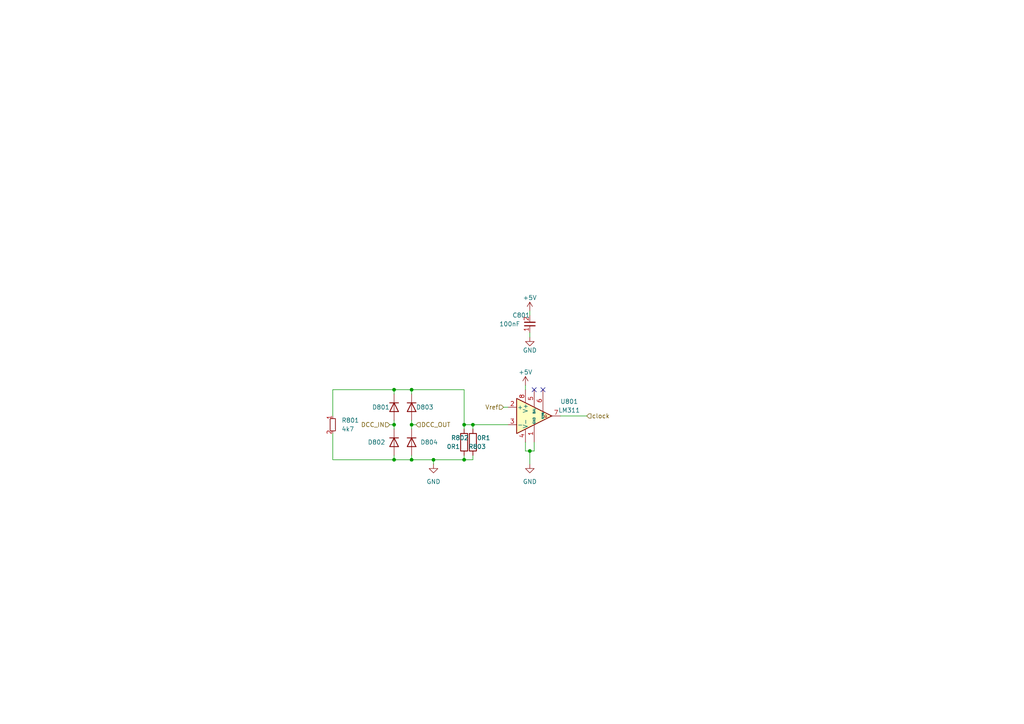
<source format=kicad_sch>
(kicad_sch (version 20231120) (generator "eeschema") (generator_version "8.0")
  (paper "A4")
  (lib_symbols
    (symbol "Comparator:LM311" (pin_names (offset 0.127))
      (property "Reference" "U" (at 3.81 6.35 0))
      (property "Value" "LM311" (at 3.81 3.81 0))
      (symbol "LM311_0_1"
        (polyline (pts (xy 5.08 0) (xy -5.08 5.08) (xy -5.08 -5.08) (xy 5.08 0)) (stroke (width 0.254)) (fill (type background)))
        (polyline (pts (xy 3.683 -0.381) (xy 3.302 -0.381) (xy 3.683 0) (xy 3.302 0.381) (xy 2.921 0) (xy 3.302 -0.381) (xy 2.921 -0.381)) (stroke (width 0.127)))
      )
      (symbol "LM311_1_1"
        (pin passive line (at 0 -7.62 90) (length 5.08) (name "GND") (number "1"))
        (pin input line (at -7.62 2.54 0) (length 2.54) (name "+") (number "2"))
        (pin input line (at -7.62 -2.54 0) (length 2.54) (name "-") (number "3"))
        (pin power_in line (at -2.54 -7.62 90) (length 3.81) (name "V-") (number "4"))
        (pin input line (at 0 7.62 270) (length 5.08) (name "BAL") (number "5"))
        (pin input line (at 2.54 7.62 270) (length 6.35) (name "STRB") (number "6"))
        (pin open_collector line (at 7.62 0 180) (length 2.54) (name "~") (number "7"))
        (pin power_in line (at -2.54 7.62 270) (length 3.81) (name "V+") (number "8"))
      )
    )
    (symbol "capacitor_miscellaneous:C_0603_100nF"
      (property "Reference" "C" (at 1.27 2.54 0))
      (property "Value" "100nF" (at 3.81 -2.54 0))
      (symbol "C_0603_100nF_0_1"
        (polyline (pts (xy -1.524 -0.508) (xy 1.524 -0.508)) (stroke (width 0.3302)))
        (polyline (pts (xy -1.524 0.508) (xy 1.524 0.508)) (stroke (width 0.3048)))
      )
      (symbol "C_0603_100nF_1_1"
        (pin passive line (at 0 2.54 270) (length 2.032) (name "~") (number "1"))
        (pin passive line (at 0 -2.54 90) (length 2.032) (name "~") (number "2"))
      )
    )
    (symbol "custom_kicad_lib_sk:SS53" (pin_numbers hide) (pin_names (offset 1.016) hide)
      (property "Reference" "D" (at 0 2.54 0))
      (property "Value" "SS53" (at 0 -1.27 0))
      (symbol "SS53_0_1"
        (polyline (pts (xy -1.27 2.54) (xy -1.27 0)) (stroke (width 0.254)))
        (polyline (pts (xy 1.27 1.27) (xy -1.27 1.27)))
        (polyline (pts (xy 1.27 2.54) (xy 1.27 0) (xy -1.27 1.27) (xy 1.27 2.54)) (stroke (width 0.254)))
      )
      (symbol "SS53_1_1"
        (pin passive line (at -3.81 1.27 0) (length 2.54) (name "K") (number "1"))
        (pin passive line (at 3.81 1.27 180) (length 2.54) (name "A") (number "2"))
      )
    )
    (symbol "power:+5V" (power) (pin_names (offset 0))
      (property "Value" "+5V" (at 0 3.556 0))
      (symbol "+5V_0_1"
        (polyline (pts (xy -0.762 1.27) (xy 0 2.54)))
        (polyline (pts (xy 0 0) (xy 0 2.54)))
        (polyline (pts (xy 0 2.54) (xy 0.762 1.27)))
      )
      (symbol "+5V_1_1"
        (pin power_in line (at 0 0 90) (length 0) hide (name "+5V") (number "1"))
      )
    )
    (symbol "power:GND" (power) (pin_names (offset 0))
      (property "Value" "GND" (at 0 -3.81 0))
      (symbol "GND_0_1"
        (polyline (pts (xy 0 0) (xy 0 -1.27) (xy 1.27 -1.27) (xy 0 -2.54) (xy -1.27 -1.27) (xy 0 -1.27)))
      )
      (symbol "GND_1_1"
        (pin power_in line (at 0 0 270) (length 0) hide (name "GND") (number "1"))
      )
    )
    (symbol "resistors_0603:R_4k7_0603"
      (property "Reference" "R" (at 1.27 2.54 0))
      (property "Value" "4k7" (at 2.54 -2.54 0))
      (symbol "R_4k7_0603_0_1"
        (rectangle (start -0.762 1.778) (end 0.762 -1.778) (stroke (width 0.2032)))
      )
      (symbol "R_4k7_0603_1_1"
        (pin passive line (at 0 2.54 270) (length 0.762) (name "~") (number "1"))
        (pin passive line (at 0 -2.54 90) (length 0.762) (name "~") (number "2"))
      )
    )
    (symbol "resistors_1206:R_0R1_1206" (pin_numbers hide) (pin_names (offset 0))
      (property "Reference" "R?" (at 1.778 1.2121 0))
      (property "Value" "0R1" (at 1.778 -1.2121 0))
      (symbol "R_0R1_1206_0_1"
        (rectangle (start -1.016 -2.54) (end 1.016 2.54) (stroke (width 0.254)))
      )
      (symbol "R_0R1_1206_1_1"
        (pin passive line (at 0 3.81 270) (length 1.27) (name "~") (number "1"))
        (pin passive line (at 0 -3.81 90) (length 1.27) (name "~") (number "2"))
      )
    )
  )
  (junction (at 134.62 133.35))
  (junction (at 114.3 113.03))
  (junction (at 114.3 123.19))
  (junction (at 119.38 123.19))
  (junction (at 134.62 123.19))
  (junction (at 119.38 113.03))
  (junction (at 153.67 130.81))
  (junction (at 119.38 133.35))
  (junction (at 114.3 133.35))
  (junction (at 125.73 133.35))
  (junction (at 137.16 123.19))
  (no_connect (at 157.48 113.03))
  (no_connect (at 154.94 113.03))
  (wire (pts (xy 119.38 133.35) (xy 119.38 132.08)))
  (wire (pts (xy 119.38 123.19) (xy 119.38 124.46)))
  (wire (pts (xy 125.73 133.35) (xy 134.62 133.35)))
  (wire (pts (xy 119.38 123.19) (xy 120.65 123.19)))
  (wire (pts (xy 125.73 134.62) (xy 125.73 133.35)))
  (wire (pts (xy 134.62 133.35) (xy 134.62 132.08)))
  (wire (pts (xy 134.62 123.19) (xy 134.62 124.46)))
  (wire (pts (xy 114.3 123.19) (xy 114.3 124.46)))
  (wire (pts (xy 114.3 113.03) (xy 114.3 114.3)))
  (wire (pts (xy 137.16 123.19) (xy 147.32 123.19)))
  (wire (pts (xy 119.38 113.03) (xy 134.62 113.03)))
  (wire (pts (xy 137.16 133.35) (xy 137.16 132.08)))
  (wire (pts (xy 153.67 130.81) (xy 154.94 130.81)))
  (wire (pts (xy 146.05 118.11) (xy 147.32 118.11)))
  (wire (pts (xy 162.56 120.65) (xy 170.18 120.65)))
  (wire (pts (xy 96.52 120.65) (xy 96.52 113.03)))
  (wire (pts (xy 152.4 130.81) (xy 153.67 130.81)))
  (wire (pts (xy 154.94 128.27) (xy 154.94 130.81)))
  (wire (pts (xy 134.62 123.19) (xy 137.16 123.19)))
  (wire (pts (xy 96.52 133.35) (xy 96.52 125.73)))
  (wire (pts (xy 134.62 133.35) (xy 137.16 133.35)))
  (wire (pts (xy 137.16 124.46) (xy 137.16 123.19)))
  (wire (pts (xy 152.4 128.27) (xy 152.4 130.81)))
  (wire (pts (xy 114.3 113.03) (xy 119.38 113.03)))
  (wire (pts (xy 114.3 133.35) (xy 119.38 133.35)))
  (wire (pts (xy 119.38 121.92) (xy 119.38 123.19)))
  (wire (pts (xy 96.52 113.03) (xy 114.3 113.03)))
  (wire (pts (xy 119.38 133.35) (xy 125.73 133.35)))
  (wire (pts (xy 96.52 133.35) (xy 114.3 133.35)))
  (wire (pts (xy 153.67 90.17) (xy 153.67 91.44)))
  (wire (pts (xy 114.3 121.92) (xy 114.3 123.19)))
  (wire (pts (xy 134.62 113.03) (xy 134.62 123.19)))
  (wire (pts (xy 114.3 133.35) (xy 114.3 132.08)))
  (wire (pts (xy 119.38 113.03) (xy 119.38 114.3)))
  (wire (pts (xy 153.67 96.52) (xy 153.67 97.79)))
  (wire (pts (xy 153.67 130.81) (xy 153.67 134.62)))
  (wire (pts (xy 152.4 111.76) (xy 152.4 113.03)))
  (wire (pts (xy 113.03 123.19) (xy 114.3 123.19)))
  (hierarchical_label "Vref" (shape input) (at 146.05 118.11 180))
  (hierarchical_label "DCC_IN" (shape input) (at 113.03 123.19 180))
  (hierarchical_label "clock" (shape input) (at 170.18 120.65 0))
  (hierarchical_label "DCC_OUT" (shape input) (at 120.65 123.19 0))
  (symbol (lib_id "custom_kicad_lib_sk:SS53") (at 118.11 118.11 270) (unit 1)
    (property "Reference" "D803" (at 120.65 118.11 90) (effects (justify left)))
    (property "Value" "SS53" (effects (hide yes)))
    (property "Footprint" "Diode_SMD:D_SMA" (effects (hide yes)))
    (property "Sim.Device" "D" (effects (hide yes)))
    (property "Sim.Pins" "1=K 2=A" (effects (hide yes)))
    (property "JLCPCB Part#" "C8678" (effects (hide yes)))
  )
  (symbol (lib_id "power:GND") (at 125.73 134.62 0) (unit 1)
    (property "Reference" "#PWR0801" (effects (hide yes)))
    (property "Value" "GND" (at 125.73 139.7 0))
  )
  (symbol (lib_id "power:+5V") (at 152.4 111.76 0) (unit 1)
    (property "Reference" "#PWR0802" (effects (hide yes)))
    (property "Value" "+5V" (at 152.4 107.95 0))
  )
  (symbol (lib_id "custom_kicad_lib_sk:SS53") (at 118.11 128.27 270) (unit 1)
    (property "Reference" "D804" (at 121.92 128.27 90) (effects (justify left)))
    (property "Value" "SS53" (effects (hide yes)))
    (property "Footprint" "Diode_SMD:D_SMA" (effects (hide yes)))
    (property "Sim.Device" "D" (effects (hide yes)))
    (property "Sim.Pins" "1=K 2=A" (effects (hide yes)))
    (property "JLCPCB Part#" "C8678" (effects (hide yes)))
  )
  (symbol (lib_id "resistors_0603:R_4k7_0603") (at 96.52 123.19 0) (unit 1)
    (property "Reference" "R801" (at 99.06 121.92 0) (effects (justify left)))
    (property "Value" "4k7" (at 99.06 124.46 0) (effects (justify left)))
    (property "Footprint" "custom_kicad_lib_sk:R_0603_smalltext" (effects (hide yes)))
    (property "JLCPCB Part#" "C23162" (effects (hide yes)))
  )
  (symbol (lib_id "Comparator:LM311") (at 154.94 120.65 0) (unit 1)
    (property "Reference" "U801" (at 165.1 116.4591 0))
    (property "Value" "LM311" (at 165.1 118.9991 0))
    (property "Footprint" "Package_SO:SOIC-8_3.9x4.9mm_P1.27mm" (effects (hide yes)))
    (property "Datasheet" "https://www.st.com/resource/en/datasheet/lm311.pdf" (effects (hide yes)))
    (property "JLCPCB Part#" "C12597" (effects (hide yes)))
  )
  (symbol (lib_id "power:GND") (at 153.67 134.62 0) (unit 1)
    (property "Reference" "#PWR0805" (effects (hide yes)))
    (property "Value" "GND" (at 153.67 139.7 0))
  )
  (symbol (lib_id "custom_kicad_lib_sk:SS53") (at 113.03 128.27 270) (unit 1)
    (property "Reference" "D802" (at 111.76 128.27 90) (effects (justify right)))
    (property "Value" "SS53" (effects (hide yes)))
    (property "Footprint" "Diode_SMD:D_SMA" (effects (hide yes)))
    (property "Sim.Device" "D" (effects (hide yes)))
    (property "Sim.Pins" "1=K 2=A" (effects (hide yes)))
    (property "JLCPCB Part#" "C8678" (effects (hide yes)))
  )
  (symbol (lib_id "custom_kicad_lib_sk:SS53") (at 113.03 118.11 270) (unit 1)
    (property "Reference" "D801" (at 113.03 118.11 90) (effects (justify right)))
    (property "Value" "SS53" (effects (hide yes)))
    (property "Footprint" "Diode_SMD:D_SMA" (effects (hide yes)))
    (property "Sim.Device" "D" (effects (hide yes)))
    (property "Sim.Pins" "1=K 2=A" (effects (hide yes)))
    (property "JLCPCB Part#" "C8678" (effects (hide yes)))
  )
  (symbol (lib_id "resistors_1206:R_0R1_1206") (at 134.62 128.27 0) (unit 1)
    (property "Reference" "R802" (at 130.81 127 0) (effects (justify left)))
    (property "Value" "0R1" (at 129.54 129.54 0) (effects (justify left)))
    (property "Footprint" "Resistor_SMD:R_1206_3216Metric" (effects (hide yes)))
    (property "JLCPCB Part#" "C25334" (effects (hide yes)))
  )
  (symbol (lib_id "capacitor_miscellaneous:C_0603_100nF") (at 153.67 93.98 180) (unit 1)
    (property "Reference" "C801" (at 148.59 91.44 0) (effects (justify right)))
    (property "Value" "100nF" (at 144.78 93.98 0) (effects (justify right)))
    (property "Footprint" "Capacitor_SMD:C_0603_1608Metric" (effects (hide yes)))
    (property "JLCPCB Part#" "C14663" (effects (hide yes)))
  )
  (symbol (lib_id "power:GND") (at 153.67 97.79 0) (unit 1)
    (property "Reference" "#PWR0804" (effects (hide yes)))
    (property "Value" "GND" (at 153.67 101.6 0))
  )
  (symbol (lib_id "power:+5V") (at 153.67 90.17 0) (unit 1)
    (property "Reference" "#PWR0803" (effects (hide yes)))
    (property "Value" "+5V" (at 153.67 86.36 0))
  )
  (symbol (lib_id "resistors_1206:R_0R1_1206") (at 137.16 128.27 180) (unit 1)
    (property "Reference" "R803" (at 140.97 129.54 0) (effects (justify left)))
    (property "Value" "0R1" (at 142.24 127 0) (effects (justify left)))
    (property "Footprint" "Resistor_SMD:R_1206_3216Metric" (effects (hide yes)))
    (property "JLCPCB Part#" "C25334" (effects (hide yes)))
  )
)
</source>
